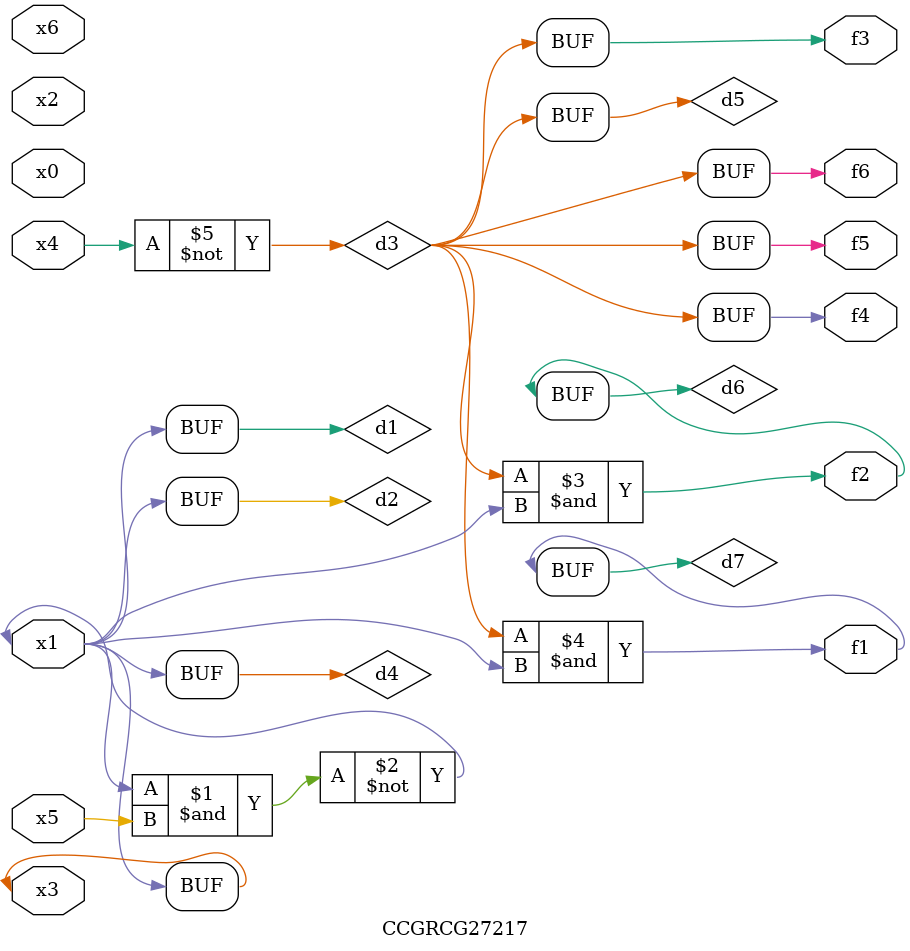
<source format=v>
module CCGRCG27217(
	input x0, x1, x2, x3, x4, x5, x6,
	output f1, f2, f3, f4, f5, f6
);

	wire d1, d2, d3, d4, d5, d6, d7;

	buf (d1, x1, x3);
	nand (d2, x1, x5);
	not (d3, x4);
	buf (d4, d1, d2);
	buf (d5, d3);
	and (d6, d3, d4);
	and (d7, d3, d4);
	assign f1 = d7;
	assign f2 = d6;
	assign f3 = d5;
	assign f4 = d5;
	assign f5 = d5;
	assign f6 = d5;
endmodule

</source>
